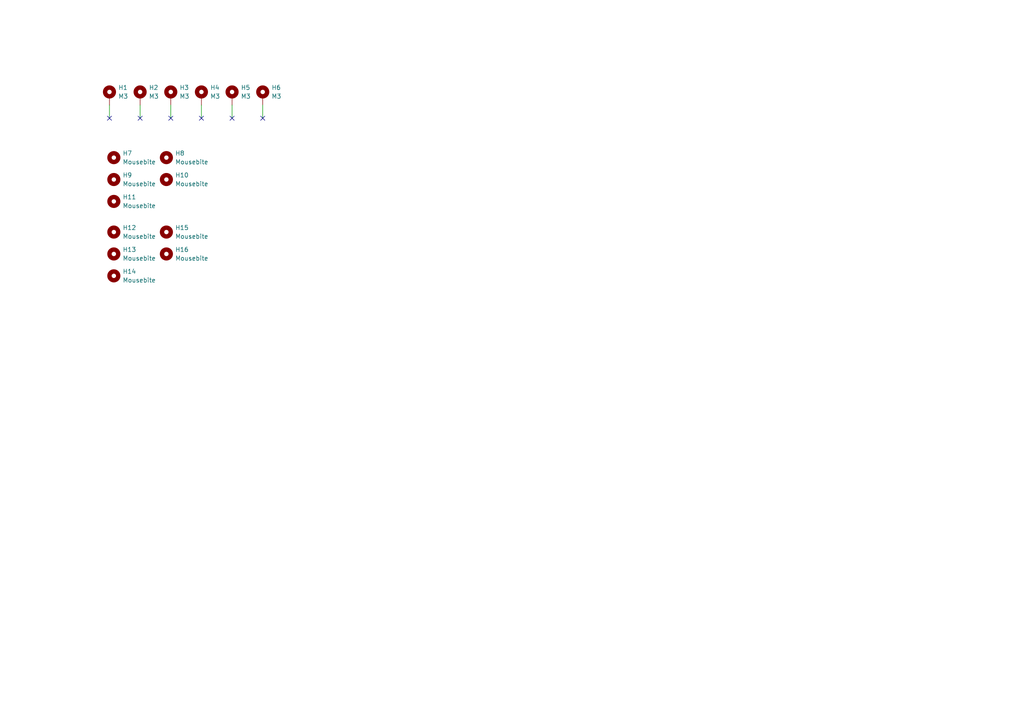
<source format=kicad_sch>
(kicad_sch (version 20231120) (generator "eeschema") (generator_version "8.0")
  (paper "A4")
  (title_block (title "Superstitious Acrobat") (rev "1.0") (company "velvia-fifty") (comment 1 "https://github.com/velvia-fifty/AudioThings") (comment 2 "You should have changed this already :)") (comment 4 "Stay humble"))
  (lib_symbols
    (symbol "Mechanical:MountingHole" (pin_names (offset 1.016)) (exclude_from_sim yes) (in_bom no)
      (property "Reference" "H" (at 0 5.08 0))
      (property "Value" "MountingHole" (at 0 3.175 0))
      (symbol "MountingHole_0_1"
        (circle (center 0 0) (radius 1.27) (stroke (width 1.27)))
      )
    )
    (symbol "Mechanical:MountingHole_Pad" (pin_numbers hide) (pin_names (offset 1.016) hide) (exclude_from_sim yes) (in_bom no)
      (property "Reference" "H" (at 0 6.35 0))
      (property "Value" "MountingHole_Pad" (at 0 4.445 0))
      (symbol "MountingHole_Pad_0_1"
        (circle (center 0 1.27) (radius 1.27) (stroke (width 1.27)))
      )
      (symbol "MountingHole_Pad_1_1"
        (pin input line (at 0 -2.54 90) (length 2.54) (name "1") (number "1"))
      )
    )
  )
  (no_connect (at 49.53 34.29))
  (no_connect (at 40.64 34.29))
  (no_connect (at 31.75 34.29))
  (no_connect (at 67.31 34.29))
  (no_connect (at 58.42 34.29))
  (no_connect (at 76.2 34.29))
  (wire (pts (xy 67.31 30.48) (xy 67.31 34.29)))
  (wire (pts (xy 31.75 30.48) (xy 31.75 34.29)))
  (wire (pts (xy 49.53 30.48) (xy 49.53 34.29)))
  (wire (pts (xy 76.2 30.48) (xy 76.2 34.29)))
  (wire (pts (xy 40.64 30.48) (xy 40.64 34.29)))
  (wire (pts (xy 58.42 30.48) (xy 58.42 34.29)))
  (symbol (lib_id "Mechanical:MountingHole") (at 33.02 80.01 0) (unit 1) (exclude_from_sim yes) (in_bom no)
    (property "Reference" "H14" (at 35.56 78.7399 0) (effects (justify left)))
    (property "Value" "Mousebite" (at 35.56 81.2799 0) (effects (justify left)))
    (property "Footprint" "mousebites:mouse-bite-2mm-slot" (effects (hide yes)))
    (property "Description" "Mounting Hole without connection" (effects (hide yes)))
  )
  (symbol (lib_id "Mechanical:MountingHole") (at 33.02 52.07 0) (unit 1) (exclude_from_sim yes) (in_bom no)
    (property "Reference" "H9" (at 35.56 50.7999 0) (effects (justify left)))
    (property "Value" "Mousebite" (at 35.56 53.3399 0) (effects (justify left)))
    (property "Footprint" "mousebites:mouse-bite-2mm-slot" (effects (hide yes)))
    (property "Description" "Mounting Hole without connection" (effects (hide yes)))
  )
  (symbol (lib_id "Mechanical:MountingHole_Pad") (at 67.31 27.94 0) (unit 1) (exclude_from_sim yes) (in_bom no)
    (property "Reference" "H5" (at 69.85 25.3999 0) (effects (justify left)))
    (property "Value" "M3" (at 69.85 27.9399 0) (effects (justify left)))
    (property "Footprint" "MountingHole:MountingHole_3.2mm_M3_DIN965_Pad" (effects (hide yes)))
    (property "Description" "Mounting Hole with connection" (effects (hide yes)))
  )
  (symbol (lib_id "Mechanical:MountingHole_Pad") (at 58.42 27.94 0) (unit 1) (exclude_from_sim yes) (in_bom no)
    (property "Reference" "H4" (at 60.96 25.3999 0) (effects (justify left)))
    (property "Value" "M3" (at 60.96 27.9399 0) (effects (justify left)))
    (property "Footprint" "MountingHole:MountingHole_3.2mm_M3_DIN965_Pad" (effects (hide yes)))
    (property "Description" "Mounting Hole with connection" (effects (hide yes)))
  )
  (symbol (lib_id "Mechanical:MountingHole") (at 48.26 45.72 0) (unit 1) (exclude_from_sim yes) (in_bom no)
    (property "Reference" "H8" (at 50.8 44.4499 0) (effects (justify left)))
    (property "Value" "Mousebite" (at 50.8 46.9899 0) (effects (justify left)))
    (property "Footprint" "mousebites:mouse-bite-2mm-slot" (effects (hide yes)))
    (property "Description" "Mounting Hole without connection" (effects (hide yes)))
  )
  (symbol (lib_id "Mechanical:MountingHole_Pad") (at 49.53 27.94 0) (unit 1) (exclude_from_sim yes) (in_bom no)
    (property "Reference" "H3" (at 52.07 25.3999 0) (effects (justify left)))
    (property "Value" "M3" (at 52.07 27.9399 0) (effects (justify left)))
    (property "Footprint" "MountingHole:MountingHole_3.2mm_M3_DIN965_Pad" (effects (hide yes)))
    (property "Description" "Mounting Hole with connection" (effects (hide yes)))
  )
  (symbol (lib_id "Mechanical:MountingHole_Pad") (at 76.2 27.94 0) (unit 1) (exclude_from_sim yes) (in_bom no)
    (property "Reference" "H6" (at 78.74 25.3999 0) (effects (justify left)))
    (property "Value" "M3" (at 78.74 27.9399 0) (effects (justify left)))
    (property "Footprint" "MountingHole:MountingHole_3.2mm_M3_DIN965_Pad" (effects (hide yes)))
    (property "Description" "Mounting Hole with connection" (effects (hide yes)))
  )
  (symbol (lib_id "Mechanical:MountingHole") (at 33.02 73.66 0) (unit 1) (exclude_from_sim yes) (in_bom no)
    (property "Reference" "H13" (at 35.56 72.3899 0) (effects (justify left)))
    (property "Value" "Mousebite" (at 35.56 74.9299 0) (effects (justify left)))
    (property "Footprint" "mousebites:mouse-bite-2mm-slot" (effects (hide yes)))
    (property "Description" "Mounting Hole without connection" (effects (hide yes)))
  )
  (symbol (lib_id "Mechanical:MountingHole_Pad") (at 40.64 27.94 0) (unit 1) (exclude_from_sim yes) (in_bom no)
    (property "Reference" "H2" (at 43.18 25.3999 0) (effects (justify left)))
    (property "Value" "M3" (at 43.18 27.9399 0) (effects (justify left)))
    (property "Footprint" "MountingHole:MountingHole_3.2mm_M3_DIN965_Pad" (effects (hide yes)))
    (property "Description" "Mounting Hole with connection" (effects (hide yes)))
  )
  (symbol (lib_id "Mechanical:MountingHole") (at 48.26 73.66 0) (unit 1) (exclude_from_sim yes) (in_bom no)
    (property "Reference" "H16" (at 50.8 72.3899 0) (effects (justify left)))
    (property "Value" "Mousebite" (at 50.8 74.9299 0) (effects (justify left)))
    (property "Footprint" "mousebites:mouse-bite-2mm-slot" (effects (hide yes)))
    (property "Description" "Mounting Hole without connection" (effects (hide yes)))
  )
  (symbol (lib_id "Mechanical:MountingHole") (at 33.02 58.42 0) (unit 1) (exclude_from_sim yes) (in_bom no)
    (property "Reference" "H11" (at 35.56 57.1499 0) (effects (justify left)))
    (property "Value" "Mousebite" (at 35.56 59.6899 0) (effects (justify left)))
    (property "Footprint" "mousebites:mouse-bite-2mm-slot" (effects (hide yes)))
    (property "Description" "Mounting Hole without connection" (effects (hide yes)))
  )
  (symbol (lib_id "Mechanical:MountingHole") (at 33.02 67.31 0) (unit 1) (exclude_from_sim yes) (in_bom no)
    (property "Reference" "H12" (at 35.56 66.0399 0) (effects (justify left)))
    (property "Value" "Mousebite" (at 35.56 68.5799 0) (effects (justify left)))
    (property "Footprint" "mousebites:mouse-bite-2mm-slot" (effects (hide yes)))
    (property "Description" "Mounting Hole without connection" (effects (hide yes)))
  )
  (symbol (lib_id "Mechanical:MountingHole") (at 48.26 67.31 0) (unit 1) (exclude_from_sim yes) (in_bom no)
    (property "Reference" "H15" (at 50.8 66.0399 0) (effects (justify left)))
    (property "Value" "Mousebite" (at 50.8 68.5799 0) (effects (justify left)))
    (property "Footprint" "mousebites:mouse-bite-2mm-slot" (effects (hide yes)))
    (property "Description" "Mounting Hole without connection" (effects (hide yes)))
  )
  (symbol (lib_id "Mechanical:MountingHole") (at 48.26 52.07 0) (unit 1) (exclude_from_sim yes) (in_bom no)
    (property "Reference" "H10" (at 50.8 50.7999 0) (effects (justify left)))
    (property "Value" "Mousebite" (at 50.8 53.3399 0) (effects (justify left)))
    (property "Footprint" "mousebites:mouse-bite-2mm-slot" (effects (hide yes)))
    (property "Description" "Mounting Hole without connection" (effects (hide yes)))
  )
  (symbol (lib_id "Mechanical:MountingHole") (at 33.02 45.72 0) (unit 1) (exclude_from_sim yes) (in_bom no)
    (property "Reference" "H7" (at 35.56 44.4499 0) (effects (justify left)))
    (property "Value" "Mousebite" (at 35.56 46.9899 0) (effects (justify left)))
    (property "Footprint" "mousebites:mouse-bite-2mm-slot" (effects (hide yes)))
    (property "Description" "Mounting Hole without connection" (effects (hide yes)))
  )
  (symbol (lib_id "Mechanical:MountingHole_Pad") (at 31.75 27.94 0) (unit 1) (exclude_from_sim yes) (in_bom no)
    (property "Reference" "H1" (at 34.29 25.3999 0) (effects (justify left)))
    (property "Value" "M3" (at 34.29 27.9399 0) (effects (justify left)))
    (property "Footprint" "MountingHole:MountingHole_3.2mm_M3_DIN965_Pad" (effects (hide yes)))
    (property "Description" "Mounting Hole with connection" (effects (hide yes)))
  )
)
</source>
